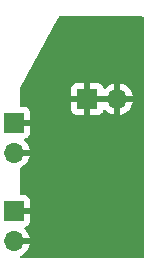
<source format=gbr>
%TF.GenerationSoftware,KiCad,Pcbnew,7.0.5*%
%TF.CreationDate,2023-10-13T11:32:00-04:00*%
%TF.ProjectId,Probe,50726f62-652e-46b6-9963-61645f706362,rev?*%
%TF.SameCoordinates,PX7270e00PY6a55ae0*%
%TF.FileFunction,Copper,L1,Top*%
%TF.FilePolarity,Positive*%
%FSLAX46Y46*%
G04 Gerber Fmt 4.6, Leading zero omitted, Abs format (unit mm)*
G04 Created by KiCad (PCBNEW 7.0.5) date 2023-10-13 11:32:00*
%MOMM*%
%LPD*%
G01*
G04 APERTURE LIST*
%TA.AperFunction,ComponentPad*%
%ADD10R,1.700000X1.700000*%
%TD*%
%TA.AperFunction,ComponentPad*%
%ADD11O,1.700000X1.700000*%
%TD*%
G04 APERTURE END LIST*
D10*
%TO.P,J3,1,Pin_1*%
%TO.N,Net-(J1-Pin_1)*%
X0Y12000000D03*
D11*
%TO.P,J3,2,Pin_2*%
X0Y9460000D03*
%TD*%
D10*
%TO.P,J1,1,Pin_1*%
%TO.N,Net-(J1-Pin_1)*%
X6225000Y14000000D03*
D11*
%TO.P,J1,2,Pin_2*%
X8765000Y14000000D03*
%TD*%
D10*
%TO.P,J2,1,Pin_1*%
%TO.N,Net-(J1-Pin_1)*%
X0Y4500000D03*
D11*
%TO.P,J2,2,Pin_2*%
X0Y1960000D03*
%TD*%
%TA.AperFunction,Conductor*%
%TO.N,Net-(J1-Pin_1)*%
G36*
X8305507Y14209844D02*
G01*
X8265000Y14071889D01*
X8265000Y13928111D01*
X8305507Y13790156D01*
X8331314Y13750000D01*
X6658686Y13750000D01*
X6684493Y13790156D01*
X6725000Y13928111D01*
X6725000Y14071889D01*
X6684493Y14209844D01*
X6658686Y14250000D01*
X8331314Y14250000D01*
X8305507Y14209844D01*
G37*
%TD.AperFunction*%
%TA.AperFunction,Conductor*%
G36*
X10943039Y20980315D02*
G01*
X10988794Y20927511D01*
X11000000Y20876000D01*
X11000000Y624500D01*
X10980315Y557461D01*
X10927511Y511706D01*
X10876000Y500500D01*
X624500Y500500D01*
X557461Y520185D01*
X511706Y572989D01*
X500500Y624500D01*
X500500Y624831D01*
X520185Y691870D01*
X572096Y737213D01*
X677575Y786399D01*
X677577Y786400D01*
X871082Y921895D01*
X1038105Y1088918D01*
X1173600Y1282422D01*
X1273429Y1496508D01*
X1273432Y1496514D01*
X1330636Y1710000D01*
X624500Y1710000D01*
X557461Y1729685D01*
X511706Y1782489D01*
X500500Y1834000D01*
X500500Y2086000D01*
X520185Y2153039D01*
X572989Y2198794D01*
X624500Y2210000D01*
X1330636Y2210000D01*
X1330635Y2210001D01*
X1273432Y2423487D01*
X1273429Y2423493D01*
X1173600Y2637578D01*
X1173599Y2637580D01*
X1038113Y2831074D01*
X1038108Y2831080D01*
X915665Y2953523D01*
X882180Y3014846D01*
X887164Y3084538D01*
X929036Y3140471D01*
X960013Y3157386D01*
X1092086Y3206646D01*
X1092093Y3206650D01*
X1207187Y3292810D01*
X1207190Y3292813D01*
X1293350Y3407907D01*
X1293354Y3407914D01*
X1343596Y3542621D01*
X1343598Y3542628D01*
X1349999Y3602156D01*
X1350000Y3602173D01*
X1350000Y4250000D01*
X624500Y4250000D01*
X557461Y4269685D01*
X511706Y4322489D01*
X500500Y4374000D01*
X500500Y4626000D01*
X520185Y4693039D01*
X572989Y4738794D01*
X624500Y4750000D01*
X1350000Y4750000D01*
X1350000Y5397828D01*
X1349999Y5397845D01*
X1343598Y5457373D01*
X1343596Y5457380D01*
X1293354Y5592087D01*
X1293350Y5592094D01*
X1207190Y5707188D01*
X1207187Y5707191D01*
X1092093Y5793351D01*
X1092086Y5793355D01*
X957379Y5843597D01*
X957372Y5843599D01*
X897844Y5850000D01*
X624500Y5850000D01*
X557461Y5869685D01*
X511706Y5922489D01*
X500500Y5974000D01*
X500500Y8124831D01*
X520185Y8191870D01*
X572096Y8237213D01*
X677575Y8286399D01*
X677577Y8286400D01*
X871082Y8421895D01*
X1038105Y8588918D01*
X1173600Y8782422D01*
X1273429Y8996508D01*
X1273432Y8996514D01*
X1330636Y9210000D01*
X624500Y9210000D01*
X557461Y9229685D01*
X511706Y9282489D01*
X500500Y9334000D01*
X500500Y9586000D01*
X520185Y9653039D01*
X572989Y9698794D01*
X624500Y9710000D01*
X1330636Y9710000D01*
X1330635Y9710001D01*
X1273432Y9923487D01*
X1273429Y9923493D01*
X1173600Y10137578D01*
X1173599Y10137580D01*
X1038113Y10331074D01*
X1038108Y10331080D01*
X915665Y10453523D01*
X882180Y10514846D01*
X887164Y10584538D01*
X929036Y10640471D01*
X960013Y10657386D01*
X1092086Y10706646D01*
X1092093Y10706650D01*
X1207187Y10792810D01*
X1207190Y10792813D01*
X1293350Y10907907D01*
X1293354Y10907914D01*
X1343596Y11042621D01*
X1343598Y11042628D01*
X1349999Y11102156D01*
X1350000Y11102173D01*
X1350000Y11750000D01*
X624500Y11750000D01*
X557461Y11769685D01*
X511706Y11822489D01*
X500500Y11874000D01*
X500500Y12126000D01*
X520185Y12193039D01*
X572989Y12238794D01*
X624500Y12250000D01*
X1350000Y12250000D01*
X1350000Y12897828D01*
X1349999Y12897845D01*
X1343598Y12957373D01*
X1343596Y12957380D01*
X1293354Y13092087D01*
X1293350Y13092094D01*
X1285818Y13102156D01*
X4875000Y13102156D01*
X4881401Y13042628D01*
X4881403Y13042621D01*
X4931645Y12907914D01*
X4931649Y12907907D01*
X5017809Y12792813D01*
X5017812Y12792810D01*
X5132906Y12706650D01*
X5132913Y12706646D01*
X5267620Y12656404D01*
X5267627Y12656402D01*
X5327155Y12650001D01*
X5327172Y12650000D01*
X5974999Y12650000D01*
X5974999Y13564499D01*
X6082685Y13515320D01*
X6189237Y13500000D01*
X6260763Y13500000D01*
X6367315Y13515320D01*
X6475000Y13564499D01*
X6475000Y12650000D01*
X7122828Y12650000D01*
X7122844Y12650001D01*
X7182372Y12656402D01*
X7182379Y12656404D01*
X7317086Y12706646D01*
X7317093Y12706650D01*
X7432187Y12792810D01*
X7432190Y12792813D01*
X7518350Y12907907D01*
X7518354Y12907914D01*
X7567614Y13039987D01*
X7609485Y13095921D01*
X7674949Y13120338D01*
X7743222Y13105487D01*
X7771477Y13084335D01*
X7893917Y12961895D01*
X8087421Y12826400D01*
X8301507Y12726571D01*
X8301516Y12726567D01*
X8514998Y12669365D01*
X8514999Y12669366D01*
X8514999Y13564499D01*
X8622685Y13515320D01*
X8729237Y13500000D01*
X8800763Y13500000D01*
X8907315Y13515320D01*
X9015000Y13564499D01*
X9015000Y12669367D01*
X9228483Y12726567D01*
X9228492Y12726571D01*
X9442578Y12826400D01*
X9636082Y12961895D01*
X9803105Y13128918D01*
X9938600Y13322422D01*
X10038429Y13536508D01*
X10038432Y13536514D01*
X10095636Y13750000D01*
X9198686Y13750000D01*
X9224493Y13790156D01*
X9265000Y13928111D01*
X9265000Y14071889D01*
X9224493Y14209844D01*
X9198686Y14250000D01*
X10095636Y14250000D01*
X10095635Y14250001D01*
X10038432Y14463487D01*
X10038429Y14463493D01*
X9938600Y14677578D01*
X9938599Y14677580D01*
X9803113Y14871074D01*
X9803108Y14871080D01*
X9636082Y15038106D01*
X9442578Y15173601D01*
X9228492Y15273430D01*
X9228486Y15273433D01*
X9015000Y15330636D01*
X9014999Y15330636D01*
X9014999Y14435502D01*
X8907315Y14484680D01*
X8800763Y14500000D01*
X8729237Y14500000D01*
X8622685Y14484680D01*
X8514999Y14435502D01*
X8514999Y15330636D01*
X8514998Y15330636D01*
X8301505Y15273430D01*
X8087422Y15173601D01*
X8087420Y15173600D01*
X7893926Y15038114D01*
X7771477Y14915665D01*
X7710154Y14882181D01*
X7640462Y14887165D01*
X7584529Y14929037D01*
X7567614Y14960014D01*
X7518354Y15092087D01*
X7518350Y15092094D01*
X7432190Y15207188D01*
X7432187Y15207191D01*
X7317093Y15293351D01*
X7317086Y15293355D01*
X7182379Y15343597D01*
X7182372Y15343599D01*
X7122844Y15350000D01*
X6475000Y15350000D01*
X6475000Y14435502D01*
X6367315Y14484680D01*
X6260763Y14500000D01*
X6189237Y14500000D01*
X6082685Y14484680D01*
X5974999Y14435502D01*
X5975000Y15350000D01*
X5327155Y15350000D01*
X5267627Y15343599D01*
X5267620Y15343597D01*
X5132913Y15293355D01*
X5132906Y15293351D01*
X5017812Y15207191D01*
X5017809Y15207188D01*
X4931649Y15092094D01*
X4931645Y15092087D01*
X4881403Y14957380D01*
X4881401Y14957373D01*
X4875000Y14897845D01*
X4875000Y14250000D01*
X5791314Y14250000D01*
X5765507Y14209844D01*
X5725000Y14071889D01*
X5725000Y13928111D01*
X5765507Y13790156D01*
X5791314Y13750000D01*
X4875000Y13750000D01*
X4875000Y13102156D01*
X1285818Y13102156D01*
X1207190Y13207188D01*
X1207187Y13207191D01*
X1092093Y13293351D01*
X1092086Y13293355D01*
X957379Y13343597D01*
X957372Y13343599D01*
X897844Y13350000D01*
X624500Y13350000D01*
X557461Y13369685D01*
X511706Y13422489D01*
X500500Y13474000D01*
X500500Y14840758D01*
X515641Y14900136D01*
X524112Y14915665D01*
X3775204Y20876000D01*
X3807592Y20935378D01*
X3856975Y20984805D01*
X3916451Y21000000D01*
X10876000Y21000000D01*
X10943039Y20980315D01*
G37*
%TD.AperFunction*%
%TD*%
M02*

</source>
